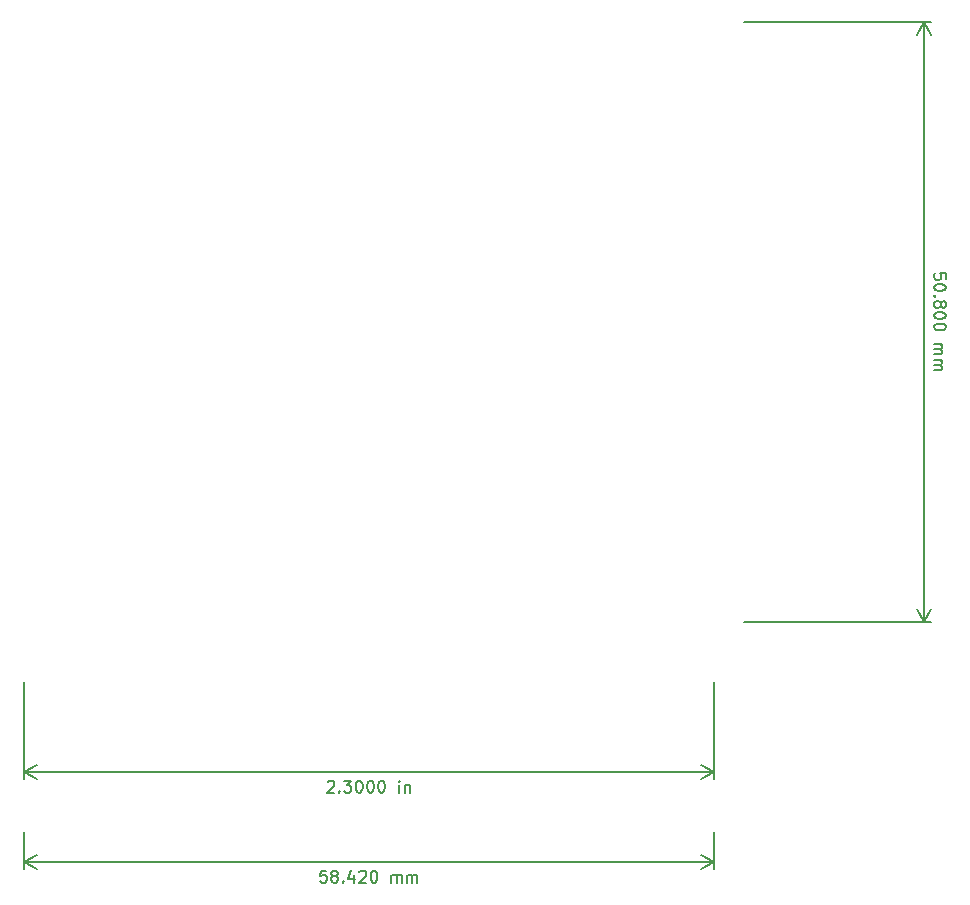
<source format=gbr>
G04 #@! TF.GenerationSoftware,KiCad,Pcbnew,(5.1.4-0-10_14)*
G04 #@! TF.CreationDate,2021-05-27T15:15:14+02:00*
G04 #@! TF.ProjectId,Untitled,556e7469-746c-4656-942e-6b696361645f,rev?*
G04 #@! TF.SameCoordinates,Original*
G04 #@! TF.FileFunction,Other,ECO1*
%FSLAX46Y46*%
G04 Gerber Fmt 4.6, Leading zero omitted, Abs format (unit mm)*
G04 Created by KiCad (PCBNEW (5.1.4-0-10_14)) date 2021-05-27 15:15:14*
%MOMM*%
%LPD*%
G04 APERTURE LIST*
%ADD10C,0.150000*%
G04 APERTURE END LIST*
D10*
X179647619Y-58610952D02*
X179647619Y-58134761D01*
X179171428Y-58087142D01*
X179219047Y-58134761D01*
X179266666Y-58230000D01*
X179266666Y-58468095D01*
X179219047Y-58563333D01*
X179171428Y-58610952D01*
X179076190Y-58658571D01*
X178838095Y-58658571D01*
X178742857Y-58610952D01*
X178695238Y-58563333D01*
X178647619Y-58468095D01*
X178647619Y-58230000D01*
X178695238Y-58134761D01*
X178742857Y-58087142D01*
X179647619Y-59277619D02*
X179647619Y-59372857D01*
X179600000Y-59468095D01*
X179552380Y-59515714D01*
X179457142Y-59563333D01*
X179266666Y-59610952D01*
X179028571Y-59610952D01*
X178838095Y-59563333D01*
X178742857Y-59515714D01*
X178695238Y-59468095D01*
X178647619Y-59372857D01*
X178647619Y-59277619D01*
X178695238Y-59182380D01*
X178742857Y-59134761D01*
X178838095Y-59087142D01*
X179028571Y-59039523D01*
X179266666Y-59039523D01*
X179457142Y-59087142D01*
X179552380Y-59134761D01*
X179600000Y-59182380D01*
X179647619Y-59277619D01*
X178742857Y-60039523D02*
X178695238Y-60087142D01*
X178647619Y-60039523D01*
X178695238Y-59991904D01*
X178742857Y-60039523D01*
X178647619Y-60039523D01*
X179219047Y-60658571D02*
X179266666Y-60563333D01*
X179314285Y-60515714D01*
X179409523Y-60468095D01*
X179457142Y-60468095D01*
X179552380Y-60515714D01*
X179600000Y-60563333D01*
X179647619Y-60658571D01*
X179647619Y-60849047D01*
X179600000Y-60944285D01*
X179552380Y-60991904D01*
X179457142Y-61039523D01*
X179409523Y-61039523D01*
X179314285Y-60991904D01*
X179266666Y-60944285D01*
X179219047Y-60849047D01*
X179219047Y-60658571D01*
X179171428Y-60563333D01*
X179123809Y-60515714D01*
X179028571Y-60468095D01*
X178838095Y-60468095D01*
X178742857Y-60515714D01*
X178695238Y-60563333D01*
X178647619Y-60658571D01*
X178647619Y-60849047D01*
X178695238Y-60944285D01*
X178742857Y-60991904D01*
X178838095Y-61039523D01*
X179028571Y-61039523D01*
X179123809Y-60991904D01*
X179171428Y-60944285D01*
X179219047Y-60849047D01*
X179647619Y-61658571D02*
X179647619Y-61753809D01*
X179600000Y-61849047D01*
X179552380Y-61896666D01*
X179457142Y-61944285D01*
X179266666Y-61991904D01*
X179028571Y-61991904D01*
X178838095Y-61944285D01*
X178742857Y-61896666D01*
X178695238Y-61849047D01*
X178647619Y-61753809D01*
X178647619Y-61658571D01*
X178695238Y-61563333D01*
X178742857Y-61515714D01*
X178838095Y-61468095D01*
X179028571Y-61420476D01*
X179266666Y-61420476D01*
X179457142Y-61468095D01*
X179552380Y-61515714D01*
X179600000Y-61563333D01*
X179647619Y-61658571D01*
X179647619Y-62610952D02*
X179647619Y-62706190D01*
X179600000Y-62801428D01*
X179552380Y-62849047D01*
X179457142Y-62896666D01*
X179266666Y-62944285D01*
X179028571Y-62944285D01*
X178838095Y-62896666D01*
X178742857Y-62849047D01*
X178695238Y-62801428D01*
X178647619Y-62706190D01*
X178647619Y-62610952D01*
X178695238Y-62515714D01*
X178742857Y-62468095D01*
X178838095Y-62420476D01*
X179028571Y-62372857D01*
X179266666Y-62372857D01*
X179457142Y-62420476D01*
X179552380Y-62468095D01*
X179600000Y-62515714D01*
X179647619Y-62610952D01*
X178647619Y-64134761D02*
X179314285Y-64134761D01*
X179219047Y-64134761D02*
X179266666Y-64182380D01*
X179314285Y-64277619D01*
X179314285Y-64420476D01*
X179266666Y-64515714D01*
X179171428Y-64563333D01*
X178647619Y-64563333D01*
X179171428Y-64563333D02*
X179266666Y-64610952D01*
X179314285Y-64706190D01*
X179314285Y-64849047D01*
X179266666Y-64944285D01*
X179171428Y-64991904D01*
X178647619Y-64991904D01*
X178647619Y-65468095D02*
X179314285Y-65468095D01*
X179219047Y-65468095D02*
X179266666Y-65515714D01*
X179314285Y-65610952D01*
X179314285Y-65753809D01*
X179266666Y-65849047D01*
X179171428Y-65896666D01*
X178647619Y-65896666D01*
X179171428Y-65896666D02*
X179266666Y-65944285D01*
X179314285Y-66039523D01*
X179314285Y-66182380D01*
X179266666Y-66277619D01*
X179171428Y-66325238D01*
X178647619Y-66325238D01*
X177800000Y-36830000D02*
X177800000Y-87630000D01*
X162560000Y-36830000D02*
X178386421Y-36830000D01*
X162560000Y-87630000D02*
X178386421Y-87630000D01*
X177800000Y-87630000D02*
X177213579Y-86503496D01*
X177800000Y-87630000D02*
X178386421Y-86503496D01*
X177800000Y-36830000D02*
X177213579Y-37956504D01*
X177800000Y-36830000D02*
X178386421Y-37956504D01*
X127190952Y-108702380D02*
X126714761Y-108702380D01*
X126667142Y-109178571D01*
X126714761Y-109130952D01*
X126810000Y-109083333D01*
X127048095Y-109083333D01*
X127143333Y-109130952D01*
X127190952Y-109178571D01*
X127238571Y-109273809D01*
X127238571Y-109511904D01*
X127190952Y-109607142D01*
X127143333Y-109654761D01*
X127048095Y-109702380D01*
X126810000Y-109702380D01*
X126714761Y-109654761D01*
X126667142Y-109607142D01*
X127810000Y-109130952D02*
X127714761Y-109083333D01*
X127667142Y-109035714D01*
X127619523Y-108940476D01*
X127619523Y-108892857D01*
X127667142Y-108797619D01*
X127714761Y-108750000D01*
X127810000Y-108702380D01*
X128000476Y-108702380D01*
X128095714Y-108750000D01*
X128143333Y-108797619D01*
X128190952Y-108892857D01*
X128190952Y-108940476D01*
X128143333Y-109035714D01*
X128095714Y-109083333D01*
X128000476Y-109130952D01*
X127810000Y-109130952D01*
X127714761Y-109178571D01*
X127667142Y-109226190D01*
X127619523Y-109321428D01*
X127619523Y-109511904D01*
X127667142Y-109607142D01*
X127714761Y-109654761D01*
X127810000Y-109702380D01*
X128000476Y-109702380D01*
X128095714Y-109654761D01*
X128143333Y-109607142D01*
X128190952Y-109511904D01*
X128190952Y-109321428D01*
X128143333Y-109226190D01*
X128095714Y-109178571D01*
X128000476Y-109130952D01*
X128619523Y-109607142D02*
X128667142Y-109654761D01*
X128619523Y-109702380D01*
X128571904Y-109654761D01*
X128619523Y-109607142D01*
X128619523Y-109702380D01*
X129524285Y-109035714D02*
X129524285Y-109702380D01*
X129286190Y-108654761D02*
X129048095Y-109369047D01*
X129667142Y-109369047D01*
X130000476Y-108797619D02*
X130048095Y-108750000D01*
X130143333Y-108702380D01*
X130381428Y-108702380D01*
X130476666Y-108750000D01*
X130524285Y-108797619D01*
X130571904Y-108892857D01*
X130571904Y-108988095D01*
X130524285Y-109130952D01*
X129952857Y-109702380D01*
X130571904Y-109702380D01*
X131190952Y-108702380D02*
X131286190Y-108702380D01*
X131381428Y-108750000D01*
X131429047Y-108797619D01*
X131476666Y-108892857D01*
X131524285Y-109083333D01*
X131524285Y-109321428D01*
X131476666Y-109511904D01*
X131429047Y-109607142D01*
X131381428Y-109654761D01*
X131286190Y-109702380D01*
X131190952Y-109702380D01*
X131095714Y-109654761D01*
X131048095Y-109607142D01*
X131000476Y-109511904D01*
X130952857Y-109321428D01*
X130952857Y-109083333D01*
X131000476Y-108892857D01*
X131048095Y-108797619D01*
X131095714Y-108750000D01*
X131190952Y-108702380D01*
X132714761Y-109702380D02*
X132714761Y-109035714D01*
X132714761Y-109130952D02*
X132762380Y-109083333D01*
X132857619Y-109035714D01*
X133000476Y-109035714D01*
X133095714Y-109083333D01*
X133143333Y-109178571D01*
X133143333Y-109702380D01*
X133143333Y-109178571D02*
X133190952Y-109083333D01*
X133286190Y-109035714D01*
X133429047Y-109035714D01*
X133524285Y-109083333D01*
X133571904Y-109178571D01*
X133571904Y-109702380D01*
X134048095Y-109702380D02*
X134048095Y-109035714D01*
X134048095Y-109130952D02*
X134095714Y-109083333D01*
X134190952Y-109035714D01*
X134333809Y-109035714D01*
X134429047Y-109083333D01*
X134476666Y-109178571D01*
X134476666Y-109702380D01*
X134476666Y-109178571D02*
X134524285Y-109083333D01*
X134619523Y-109035714D01*
X134762380Y-109035714D01*
X134857619Y-109083333D01*
X134905238Y-109178571D01*
X134905238Y-109702380D01*
X101600000Y-107950000D02*
X160020000Y-107950000D01*
X101600000Y-105410000D02*
X101600000Y-108536421D01*
X160020000Y-105410000D02*
X160020000Y-108536421D01*
X160020000Y-107950000D02*
X158893496Y-108536421D01*
X160020000Y-107950000D02*
X158893496Y-107363579D01*
X101600000Y-107950000D02*
X102726504Y-108536421D01*
X101600000Y-107950000D02*
X102726504Y-107363579D01*
X127310000Y-101177619D02*
X127357619Y-101130000D01*
X127452857Y-101082380D01*
X127690952Y-101082380D01*
X127786190Y-101130000D01*
X127833809Y-101177619D01*
X127881428Y-101272857D01*
X127881428Y-101368095D01*
X127833809Y-101510952D01*
X127262380Y-102082380D01*
X127881428Y-102082380D01*
X128310000Y-101987142D02*
X128357619Y-102034761D01*
X128310000Y-102082380D01*
X128262380Y-102034761D01*
X128310000Y-101987142D01*
X128310000Y-102082380D01*
X128690952Y-101082380D02*
X129310000Y-101082380D01*
X128976666Y-101463333D01*
X129119523Y-101463333D01*
X129214761Y-101510952D01*
X129262380Y-101558571D01*
X129310000Y-101653809D01*
X129310000Y-101891904D01*
X129262380Y-101987142D01*
X129214761Y-102034761D01*
X129119523Y-102082380D01*
X128833809Y-102082380D01*
X128738571Y-102034761D01*
X128690952Y-101987142D01*
X129929047Y-101082380D02*
X130024285Y-101082380D01*
X130119523Y-101130000D01*
X130167142Y-101177619D01*
X130214761Y-101272857D01*
X130262380Y-101463333D01*
X130262380Y-101701428D01*
X130214761Y-101891904D01*
X130167142Y-101987142D01*
X130119523Y-102034761D01*
X130024285Y-102082380D01*
X129929047Y-102082380D01*
X129833809Y-102034761D01*
X129786190Y-101987142D01*
X129738571Y-101891904D01*
X129690952Y-101701428D01*
X129690952Y-101463333D01*
X129738571Y-101272857D01*
X129786190Y-101177619D01*
X129833809Y-101130000D01*
X129929047Y-101082380D01*
X130881428Y-101082380D02*
X130976666Y-101082380D01*
X131071904Y-101130000D01*
X131119523Y-101177619D01*
X131167142Y-101272857D01*
X131214761Y-101463333D01*
X131214761Y-101701428D01*
X131167142Y-101891904D01*
X131119523Y-101987142D01*
X131071904Y-102034761D01*
X130976666Y-102082380D01*
X130881428Y-102082380D01*
X130786190Y-102034761D01*
X130738571Y-101987142D01*
X130690952Y-101891904D01*
X130643333Y-101701428D01*
X130643333Y-101463333D01*
X130690952Y-101272857D01*
X130738571Y-101177619D01*
X130786190Y-101130000D01*
X130881428Y-101082380D01*
X131833809Y-101082380D02*
X131929047Y-101082380D01*
X132024285Y-101130000D01*
X132071904Y-101177619D01*
X132119523Y-101272857D01*
X132167142Y-101463333D01*
X132167142Y-101701428D01*
X132119523Y-101891904D01*
X132071904Y-101987142D01*
X132024285Y-102034761D01*
X131929047Y-102082380D01*
X131833809Y-102082380D01*
X131738571Y-102034761D01*
X131690952Y-101987142D01*
X131643333Y-101891904D01*
X131595714Y-101701428D01*
X131595714Y-101463333D01*
X131643333Y-101272857D01*
X131690952Y-101177619D01*
X131738571Y-101130000D01*
X131833809Y-101082380D01*
X133357619Y-102082380D02*
X133357619Y-101415714D01*
X133357619Y-101082380D02*
X133310000Y-101130000D01*
X133357619Y-101177619D01*
X133405238Y-101130000D01*
X133357619Y-101082380D01*
X133357619Y-101177619D01*
X133833809Y-101415714D02*
X133833809Y-102082380D01*
X133833809Y-101510952D02*
X133881428Y-101463333D01*
X133976666Y-101415714D01*
X134119523Y-101415714D01*
X134214761Y-101463333D01*
X134262380Y-101558571D01*
X134262380Y-102082380D01*
X101600000Y-100330000D02*
X160020000Y-100330000D01*
X101600000Y-92710000D02*
X101600000Y-100916421D01*
X160020000Y-92710000D02*
X160020000Y-100916421D01*
X160020000Y-100330000D02*
X158893496Y-100916421D01*
X160020000Y-100330000D02*
X158893496Y-99743579D01*
X101600000Y-100330000D02*
X102726504Y-100916421D01*
X101600000Y-100330000D02*
X102726504Y-99743579D01*
M02*

</source>
